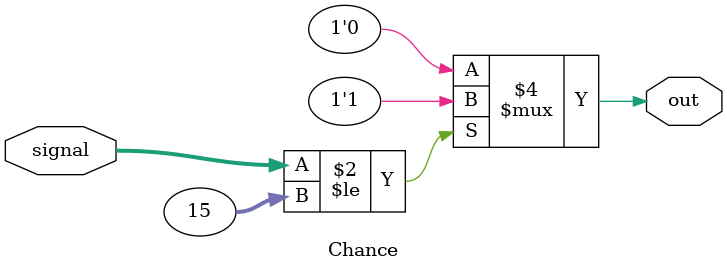
<source format=sv>


module Chance	
 ( 
	input	logic[5:0]	signal,
	output logic  out
  ) ;

  

parameter devider = 4;
parameter max = 60;
	
always_comb
begin
	
	if( signal <= max/devider)
		out = 1;
	else 
		out = 0;
end
		
 
endmodule


</source>
